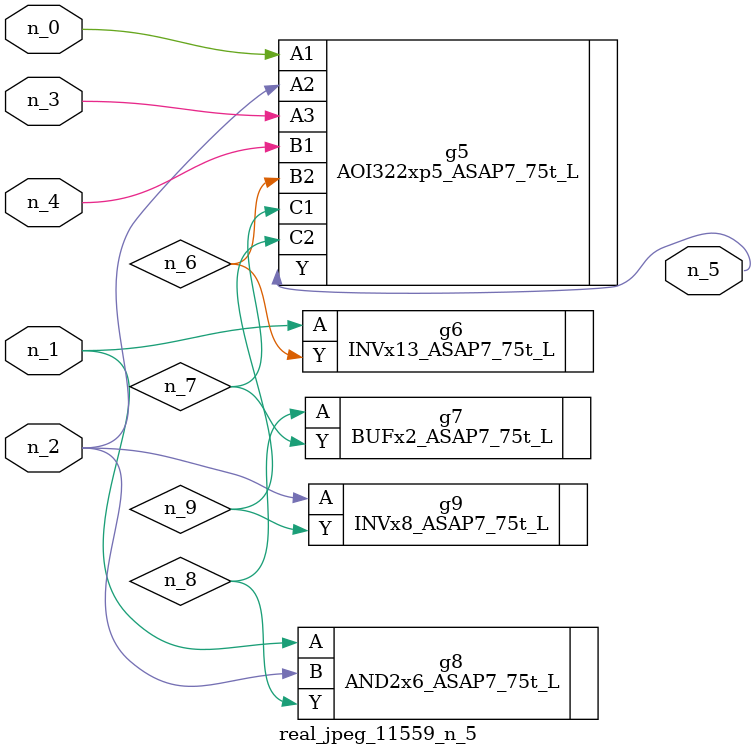
<source format=v>
module real_jpeg_11559_n_5 (n_4, n_0, n_1, n_2, n_3, n_5);

input n_4;
input n_0;
input n_1;
input n_2;
input n_3;

output n_5;

wire n_8;
wire n_6;
wire n_7;
wire n_9;

AOI322xp5_ASAP7_75t_L g5 ( 
.A1(n_0),
.A2(n_2),
.A3(n_3),
.B1(n_4),
.B2(n_6),
.C1(n_7),
.C2(n_9),
.Y(n_5)
);

INVx13_ASAP7_75t_L g6 ( 
.A(n_1),
.Y(n_6)
);

AND2x6_ASAP7_75t_L g8 ( 
.A(n_1),
.B(n_2),
.Y(n_8)
);

INVx8_ASAP7_75t_L g9 ( 
.A(n_2),
.Y(n_9)
);

BUFx2_ASAP7_75t_L g7 ( 
.A(n_8),
.Y(n_7)
);


endmodule
</source>
